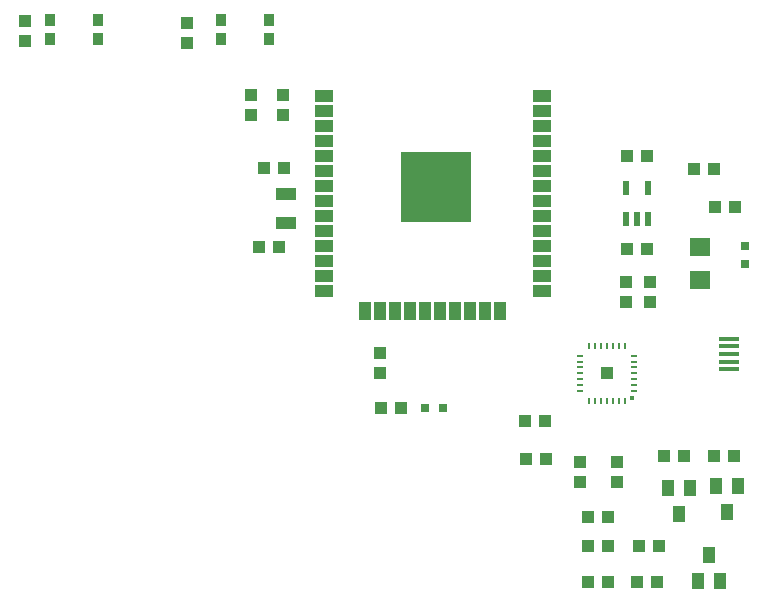
<source format=gtp>
G75*
G70*
%OFA0B0*%
%FSLAX24Y24*%
%IPPOS*%
%LPD*%
%AMOC8*
5,1,8,0,0,1.08239X$1,22.5*
%
%ADD10R,0.0591X0.0394*%
%ADD11R,0.0394X0.0591*%
%ADD12R,0.2362X0.2362*%
%ADD13R,0.0220X0.0102*%
%ADD14R,0.0394X0.0394*%
%ADD15R,0.0118X0.0118*%
%ADD16R,0.0102X0.0220*%
%ADD17R,0.0217X0.0472*%
%ADD18R,0.0394X0.0433*%
%ADD19R,0.0433X0.0394*%
%ADD20R,0.0709X0.0394*%
%ADD21R,0.0315X0.0315*%
%ADD22R,0.0354X0.0394*%
%ADD23R,0.0709X0.0630*%
%ADD24R,0.0394X0.0551*%
%ADD25R,0.0709X0.0157*%
D10*
X021058Y014205D03*
X021058Y014705D03*
X021058Y015205D03*
X021058Y015705D03*
X021058Y016205D03*
X021058Y016705D03*
X021058Y017205D03*
X021058Y017705D03*
X021058Y018205D03*
X021058Y018705D03*
X021058Y019205D03*
X021058Y019705D03*
X021058Y020205D03*
X021058Y020705D03*
X028342Y020705D03*
X028342Y020205D03*
X028342Y019705D03*
X028342Y019205D03*
X028342Y018705D03*
X028342Y018205D03*
X028342Y017705D03*
X028342Y017205D03*
X028342Y016705D03*
X028342Y016205D03*
X028342Y015705D03*
X028342Y015205D03*
X028342Y014705D03*
X028342Y014205D03*
D11*
X026956Y013520D03*
X026456Y013520D03*
X025956Y013520D03*
X025456Y013520D03*
X024956Y013520D03*
X024456Y013520D03*
X023956Y013520D03*
X023456Y013520D03*
X022956Y013520D03*
X022456Y013520D03*
D12*
X024818Y017673D03*
D13*
X029594Y012039D03*
X029594Y011842D03*
X029594Y011646D03*
X029594Y011449D03*
X029594Y011252D03*
X029594Y011055D03*
X029594Y010858D03*
X031406Y010858D03*
X031406Y011055D03*
X031406Y011252D03*
X031406Y011449D03*
X031406Y011646D03*
X031406Y011842D03*
X031406Y012039D03*
D14*
X030500Y011449D03*
D15*
X031327Y010622D03*
D16*
X031091Y010543D03*
X030894Y010543D03*
X030697Y010543D03*
X030500Y010543D03*
X030303Y010543D03*
X030106Y010543D03*
X029909Y010543D03*
X029909Y012354D03*
X030106Y012354D03*
X030303Y012354D03*
X030500Y012354D03*
X030697Y012354D03*
X030894Y012354D03*
X031091Y012354D03*
D17*
X031126Y016587D03*
X031500Y016587D03*
X031874Y016587D03*
X031874Y017611D03*
X031126Y017611D03*
D18*
X033415Y018249D03*
X034085Y018249D03*
X034115Y016999D03*
X034785Y016999D03*
X031950Y014483D03*
X031950Y013814D03*
X031150Y013814D03*
X031150Y014483D03*
X028435Y009849D03*
X027765Y009849D03*
X027815Y008599D03*
X028485Y008599D03*
X029865Y006649D03*
X030535Y006649D03*
X030535Y005699D03*
X029865Y005699D03*
X031565Y005699D03*
X032235Y005699D03*
X032185Y004499D03*
X031515Y004499D03*
X030535Y004499D03*
X029865Y004499D03*
X032415Y008699D03*
X033085Y008699D03*
X034065Y008699D03*
X034735Y008699D03*
X023635Y010299D03*
X022965Y010299D03*
X019700Y020064D03*
X019700Y020733D03*
X018650Y020733D03*
X018650Y020064D03*
D19*
X019065Y018299D03*
X019735Y018299D03*
X019585Y015649D03*
X018915Y015649D03*
X022950Y012133D03*
X022950Y011464D03*
X029600Y008483D03*
X029600Y007814D03*
X030850Y007814D03*
X030850Y008483D03*
X031165Y015599D03*
X031835Y015599D03*
X031835Y018699D03*
X031165Y018699D03*
X016500Y022464D03*
X016500Y023133D03*
X011100Y023183D03*
X011100Y022514D03*
D20*
X019800Y017441D03*
X019800Y016457D03*
D21*
X024455Y010299D03*
X025045Y010299D03*
X035100Y015103D03*
X035100Y015694D03*
D22*
X019257Y022584D03*
X019257Y023214D03*
X017643Y023214D03*
X017643Y022584D03*
X013557Y022584D03*
X013557Y023214D03*
X011943Y023214D03*
X011943Y022584D03*
D23*
X033600Y015650D03*
X033600Y014548D03*
D24*
X034126Y007682D03*
X034874Y007682D03*
X034500Y006816D03*
X033274Y007632D03*
X032526Y007632D03*
X032900Y006766D03*
X033900Y005382D03*
X033526Y004516D03*
X034274Y004516D03*
D25*
X034559Y011581D03*
X034559Y011837D03*
X034559Y012092D03*
X034559Y012348D03*
X034559Y012604D03*
M02*

</source>
